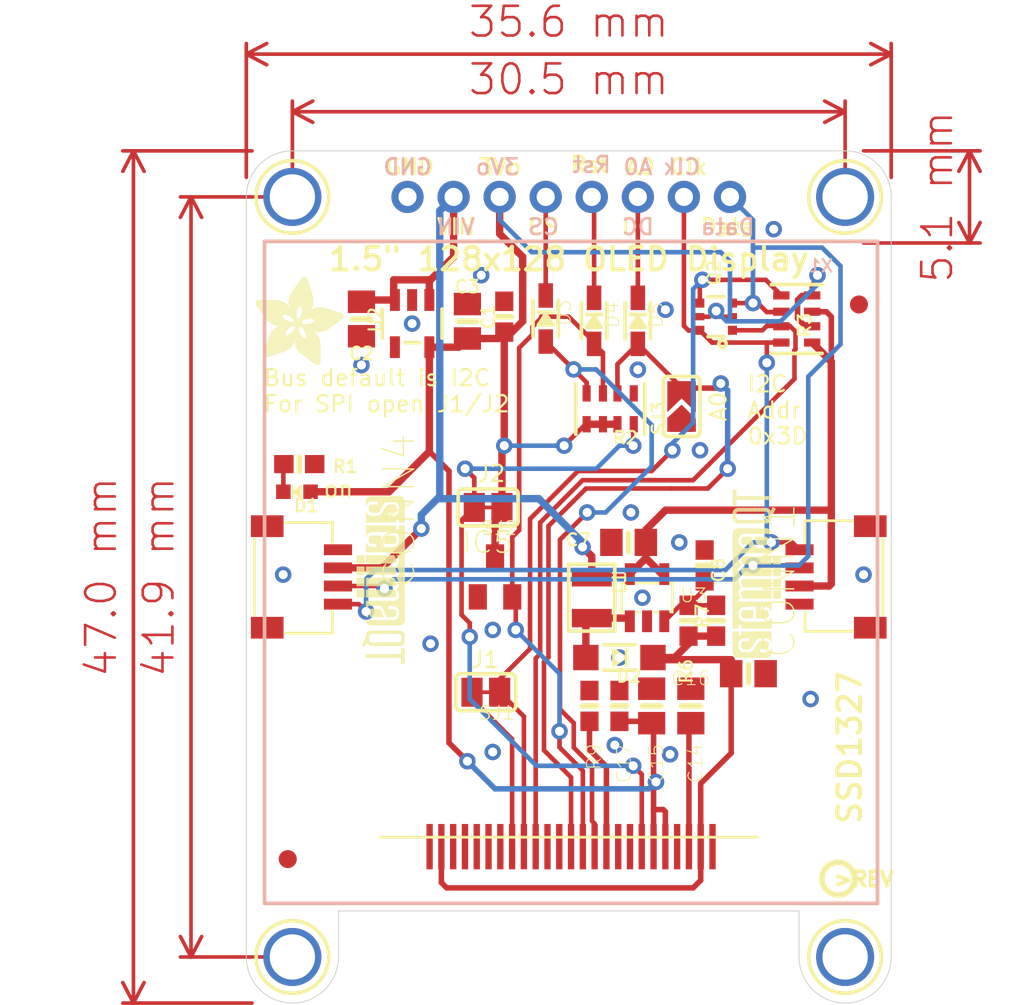
<source format=kicad_pcb>
(kicad_pcb (version 20211014) (generator pcbnew)
  (layers (0 "F.Cu" signal) (31 "B.Cu" signal) (34 "B.Paste" user) (35 "F.Paste" user) (36 "B.SilkS" user "B.Silkscreen") (37 "F.SilkS" user "F.Silkscreen") (38 "B.Mask" user) (39 "F.Mask" user) (44 "Edge.Cuts" user))
  (net 0 "")
  (net 1 "GND")
  (net 2 "SDA")
  (net 3 "SCL")
  (net 4 "3.3V")
  (net 5 "VCC")
  (net 6 "N$2")
  (net 7 "D0/SCLK/SCK_3.3V")
  (net 8 "D1/MOSI/SDA1_3.3V")
  (net 9 "N$9")
  (net 10 "CS_3.3V")
  (net 11 "RST_3.3V")
  (net 12 "DC/SA0_3.3V")
  (net 13 "CS_5.0V")
  (net 14 "RST_5.0V")
  (net 15 "DC/SA0_5.0V")
  (net 16 "N$10")
  (net 17 "N$15")
  (net 18 "N$17")
  (net 19 "12V")
  (net 20 "N$5")
  (net 21 "N$8")
  (footprint "boardEagle:0805-NO" (layer "F.Cu") (at 151.8031 103.0986 180)
    (fp_text reference "C7")
    (fp_text value "10uF")
  )
  (footprint "boardEagle:SOT23-5@1" (layer "F.Cu") (at 152.8191 106.1466)
    (fp_text reference "U3")
    (fp_text value "FAN5331SX")
  )
  (footprint "boardEagle:SOD-323" (layer "F.Cu") (at 149.8981 90.8812 -90)
    (fp_text reference "D4")
    (fp_text value "1N4148")
  )
  (footprint "boardEagle:ADAFRUIT_5MM" (layer "F.Cu") (at 131.2291 93.3196)
    (fp_text reference "U$8" hide)
    (fp_text value "" hide)
  )
  (footprint "boardEagle:0603-NO" (layer "F.Cu") (at 133.6421 98.7806)
    (fp_text reference "R1")
    (fp_text value "10K")
  )
  (footprint "boardEagle:RESPACK_4X0603" (layer "F.Cu") (at 150.7871 95.7326 180)
    (fp_text reference "R2")
    (fp_text value "10K")
  )
  (footprint "boardEagle:SOT23" (layer "F.Cu") (at 144.4371 105.0036)
    (fp_text reference "IC5")
    (fp_text value "APX803")
  )
  (footprint "boardEagle:PCBFEAT-REV-040" (layer "F.Cu") (at 163.3601 121.6406)
    (fp_text reference "U$25" hide)
    (fp_text value "" hide)
  )
  (footprint "boardEagle:1X08_ROUND_70" (layer "F.Cu") (at 148.5011 84.0486 180)
    (fp_text reference "JP2")
    (fp_text value "")
  )
  (footprint "boardEagle:SOD-123" (layer "F.Cu") (at 151.2951 109.4486 180)
    (fp_text reference "D2")
    (fp_text value "MBR120")
  )
  (footprint "boardEagle:0603-NO" (layer "F.Cu") (at 155.1051 107.4166 -90)
    (fp_text reference "R6")
    (fp_text value "100K")
  )
  (footprint "boardEagle:STEMMAQT" (layer "F.Cu") (at 160.1851 109.4486 90)
    (fp_text reference "U$20" hide)
    (fp_text value "" hide)
  )
  (footprint "boardEagle:SOLDERJUMPER_CLOSEDWIRE" (layer "F.Cu") (at 143.9291 111.3602 180)
    (fp_text reference "SJ1")
    (fp_text value "")
  )
  (footprint "boardEagle:SOT23-5" (layer "F.Cu") (at 139.8651 91.0336 180)
    (fp_text reference "U2")
    (fp_text value "AP2112K-3.3")
  )
  (footprint "boardEagle:MOUNTINGHOLE_2.5_PLATED" (layer "F.Cu") (at 163.7411 84.0486)
    (fp_text reference "U$17" hide)
    (fp_text value "MOUNTINGHOLE2.5" hide)
  )
  (footprint "boardEagle:0603-NO" (layer "F.Cu") (at 144.9451 90.6526 90)
    (fp_text reference "C1")
    (fp_text value "0.1uF")
  )
  (footprint "boardEagle:SOD-323" (layer "F.Cu") (at 147.2311 90.7542 -90)
    (fp_text reference "D3")
    (fp_text value "1N4148")
  )
  (footprint "boardEagle:JST_SH4" (layer "F.Cu") (at 163.7411 105.0036 90)
    (fp_text reference "CONN1")
    (fp_text value "STEMMA_I2C_QT" hide)
  )
  (footprint "boardEagle:0805-NO" (layer "F.Cu") (at 137.0711 90.7796 -90)
    (fp_text reference "C2")
    (fp_text value "10uF")
  )
  (footprint "boardEagle:FIDUCIAL_1MM" (layer "F.Cu") (at 133.0071 120.5611)
    (fp_text reference "FID3" hide)
    (fp_text value "FIDUCIAL_1MM" hide)
  )
  (footprint "boardEagle:0603-NO" (layer "F.Cu") (at 151.2951 112.1156 -90)
    (fp_text reference "C17")
    (fp_text value "1uF")
  )
  (footprint "boardEagle:MOUNTINGHOLE_2.5_PLATED" (layer "F.Cu") (at 163.7411 125.9586)
    (fp_text reference "U$21" hide)
    (fp_text value "MOUNTINGHOLE2.5" hide)
  )
  (footprint "boardEagle:SOLDERJUMPER_CLOSEDWIRE" (layer "F.Cu") (at 144.0561 101.171 180)
    (fp_text reference "SJ2")
    (fp_text value "")
  )
  (footprint "boardEagle:CHIPLED_0603_NOOUTLINE" (layer "F.Cu") (at 133.5151 100.3046 90)
    (fp_text reference "D1")
    (fp_text value "GREEN")
  )
  (footprint "boardEagle:0603-NO" (layer "F.Cu") (at 149.6441 112.1156 -90)
    (fp_text reference "R9")
    (fp_text value "390K")
  )
  (footprint "boardEagle:RESPACK_4X0603" (layer "F.Cu") (at 161.0741 90.7796 90)
    (fp_text reference "R3")
    (fp_text value "10K")
  )
  (footprint "boardEagle:0805-NO" (layer "F.Cu") (at 142.9131 90.9066 90)
    (fp_text reference "C3")
    (fp_text value "10uF")
  )
  (footprint "boardEagle:INDUCTOR_1007" (layer "F.Cu") (at 149.7711 106.1466 -90)
    (fp_text reference "L1")
    (fp_text value "10uH")
  )
  (footprint "boardEagle:0805-NO" (layer "F.Cu") (at 155.2321 112.1156 -90)
    (fp_text reference "C14")
    (fp_text value "10uF")
  )
  (footprint "boardEagle:0805-NO" (layer "F.Cu") (at 153.0731 112.1156 -90)
    (fp_text reference "C15")
    (fp_text value "10uF")
  )
  (footprint "boardEagle:JST_SH4" (layer "F.Cu") (at 133.2611 105.0036 -90)
    (fp_text reference "CONN4")
    (fp_text value "STEMMA_I2C_QT" hide)
  )
  (footprint "boardEagle:STEMMAQT" (layer "F.Cu") (at 136.8171 100.5586 -90)
    (fp_text reference "U$31" hide)
    (fp_text value "" hide)
  )
  (footprint "boardEagle:FIDUCIAL_1MM" (layer "F.Cu") (at 164.5031 89.9795)
    (fp_text reference "FID4" hide)
    (fp_text value "FIDUCIAL_1MM" hide)
  )
  (footprint "boardEagle:0603-NO" (layer "F.Cu") (at 156.6291 107.4166 90)
    (fp_text reference "C8")
    (fp_text value "0.1uF")
  )
  (footprint "boardEagle:MOUNTINGHOLE_2.5_PLATED" (layer "F.Cu") (at 133.2611 125.9586)
    (fp_text reference "U$19" hide)
    (fp_text value "MOUNTINGHOLE2.5" hide)
  )
  (footprint "boardEagle:0603-NO" (layer "F.Cu") (at 155.9941 104.3686 -90)
    (fp_text reference "R7")
    (fp_text value "10K")
  )
  (footprint "boardEagle:SOLDERJUMPER_ARROW_NOPASTE" (layer "F.Cu") (at 154.7241 95.6056 90)
    (fp_text reference "SJ3")
    (fp_text value "")
  )
  (footprint "boardEagle:SOT363" (layer "F.Cu") (at 156.6291 90.6526 90)
    (fp_text reference "Q2")
    (fp_text value "BSS138")
  )
  (footprint "boardEagle:MOUNTINGHOLE_2.5_PLATED" (layer "F.Cu") (at 133.2611 84.0486)
    (fp_text reference "U$1" hide)
    (fp_text value "MOUNTINGHOLE2.5" hide)
  )
  (footprint "boardEagle:0805-NO" (layer "F.Cu") (at 158.4071 110.3376 180)
    (fp_text reference "C16")
    (fp_text value "10uF")
  )
  (footprint "boardEagle:SOD-323" (layer "F.Cu") (at 152.3111 90.8812 -90)
    (fp_text reference "D5")
    (fp_text value "1N4148")
  )
  (footprint "boardEagle:OLED_1.5IN_128X128MONO" (layer "B.Cu") (at 148.6281 104.7496 180)
    (fp_text reference "X1")
    (fp_text value "OLED_1.5_128X128_MONO")
  )
  (gr_line (start 138.0871 119.3546) (end 158.9151 119.3546) (layer "F.SilkS") (width 0.1524))
  (gr_line (start 130.7211 84.0486) (end 130.7211 125.9586) (layer "Edge.Cuts") (width 0.05))
  (gr_arc (start 163.7411 81.5086) (mid 165.537151 82.252549) (end 166.2811 84.0486) (layer "Edge.Cuts") (width 0.05))
  (gr_line (start 135.8011 123.4186) (end 161.2011 123.4186) (layer "Edge.Cuts") (width 0.05))
  (gr_arc (start 133.2611 128.4986) (mid 131.465049 127.754651) (end 130.7211 125.9586) (layer "Edge.Cuts") (width 0.05))
  (gr_line (start 163.7411 81.5086) (end 133.2611 81.5086) (layer "Edge.Cuts") (width 0.05))
  (gr_line (start 161.2011 123.4186) (end 161.2011 125.9586) (layer "Edge.Cuts") (width 0.05))
  (gr_arc (start 130.7211 84.0486) (mid 131.465049 82.252549) (end 133.2611 81.5086) (layer "Edge.Cuts") (width 0.05))
  (gr_arc (start 163.7411 128.4986) (mid 161.945049 127.754651) (end 161.2011 125.9586) (layer "Edge.Cuts") (width 0.05))
  (gr_line (start 135.8011 125.9586) (end 135.8011 123.4186) (layer "Edge.Cuts") (width 0.05))
  (gr_line (start 166.2811 125.9586) (end 166.2811 84.0486) (layer "Edge.Cuts") (width 0.05))
  (gr_arc (start 166.2811 125.9586) (mid 165.537151 127.754651) (end 163.7411 128.4986) (layer "Edge.Cuts") (width 0.05))
  (gr_arc (start 135.8011 125.9586) (mid 135.057151 127.754651) (end 133.2611 128.4986) (layer "Edge.Cuts") (width 0.05))
  (gr_text "DC" (at 152.3111 85.6996) (layer "B.SilkS") (effects (font (size 0.87376 0.87376) (thickness 0.14224)) (justify mirror)))
  (gr_text "GND" (at 139.6111 82.3976) (layer "B.SilkS") (effects (font (size 0.87376 0.87376) (thickness 0.14224)) (justify mirror)))
  (gr_text "Clk" (at 154.7241 82.3976) (layer "B.SilkS") (effects (font (size 0.87376 0.87376) (thickness 0.14224)) (justify mirror)))
  (gr_text "VIN" (at 142.2781 85.6996) (layer "B.SilkS") (effects (font (size 0.87376 0.87376) (thickness 0.14224)) (justify mirror)))
  (gr_text "A0" (at 152.3111 82.3976) (layer "B.SilkS") (effects (font (size 0.87376 0.87376) (thickness 0.14224)) (justify mirror)))
  (gr_text "Data" (at 157.2641 85.6996) (layer "B.SilkS") (effects (font (size 0.87376 0.87376) (thickness 0.14224)) (justify mirror)))
  (gr_text "Rst" (at 149.7711 82.2706) (layer "B.SilkS") (effects (font (size 0.87376 0.87376) (thickness 0.14224)) (justify mirror)))
  (gr_text "3Vo" (at 144.5641 82.3976) (layer "B.SilkS") (effects (font (size 0.87376 0.87376) (thickness 0.14224)) (justify mirror)))
  (gr_text "CS" (at 147.1041 85.6996) (layer "B.SilkS") (effects (font (size 0.87376 0.87376) (thickness 0.14224)) (justify mirror)))
  (gr_text "3Vo" (at 144.6911 82.3976) (layer "F.SilkS") (effects (font (size 0.87376 0.87376) (thickness 0.14224))))
  (gr_text "Bus default is I2C\nFor SPI open J1/J2" (at 131.6101 95.9866) (layer "F.SilkS") (effects (font (size 0.89408 0.89408) (thickness 0.12192)) (justify left bottom)))
  (gr_text "A0" (at 152.4381 82.3976) (layer "F.SilkS") (effects (font (size 0.87376 0.87376) (thickness 0.14224))))
  (gr_text "on" (at 134.9121 100.6856) (layer "F.SilkS") (effects (font (size 0.89408 0.89408) (thickness 0.12192)) (justify left bottom)))
  (gr_text "GND" (at 139.7381 82.3976) (layer "F.SilkS") (effects (font (size 0.87376 0.87376) (thickness 0.14224))))
  (gr_text "VIN" (at 142.2781 85.6996) (layer "F.SilkS") (effects (font (size 0.87376 0.87376) (thickness 0.14224))))
  (gr_text "I2C\nAddr\n0x3D" (at 158.2801 97.7646) (layer "F.SilkS") (effects (font (size 0.89408 0.89408) (thickness 0.12192)) (justify left bottom)))
  (gr_text "J1" (at 143.0401 110.0836) (layer "F.SilkS") (effects (font (size 0.89408 0.89408) (thickness 0.12192)) (justify left bottom)))
  (gr_text "Clk" (at 155.1051 82.3976) (layer "F.SilkS") (effects (font (size 0.87376 0.87376) (thickness 0.14224))))
  (gr_text "1.5\" 128x128 OLED Display" (at 148.5011 87.4776) (layer "F.SilkS") (effects (font (size 1.25222 1.25222) (thickness 0.22098))))
  (gr_text "J2" (at 145.0721 98.7806) (layer "F.SilkS") (effects (font (size 0.89408 0.89408) (thickness 0.12192)) (justify right top)))
  (gr_text "CS" (at 147.1041 85.6996) (layer "F.SilkS") (effects (font (size 0.87376 0.87376) (thickness 0.14224))))
  (gr_text "DC" (at 152.3111 85.6996) (layer "F.SilkS") (effects (font (size 0.87376 0.87376) (thickness 0.14224))))
  (gr_text "Rst" (at 149.6441 82.2706) (layer "F.SilkS") (effects (font (size 0.87376 0.87376) (thickness 0.14224))))
  (gr_text "Data" (at 157.2641 85.6996) (layer "F.SilkS") (effects (font (size 0.87376 0.87376) (thickness 0.14224))))
  (gr_text "SSD1327" (at 163.9951 114.4016 90) (layer "F.SilkS") (effects (font (size 1.25222 1.25222) (thickness 0.22098))))
  (gr_text "A0" (at 157.2641 96.4946 90) (layer "F.SilkS") (effects (font (size 0.89408 0.89408) (thickness 0.12192)) (justify left bottom)))
  (dimension (type aligned) (layer "F.Cu") (pts (xy 133.2611 84.0486) (xy 133.2611 125.9586)) (height 5.588) (gr_text "41.9 mm" (at 125.8951 105.0036 90) (layer "F.Cu") (effects (font (size 1.63576 1.63576) (thickness 0.14224)))) (format (units 2) (units_format 1) (precision 1)) (style (thickness 0.2) (arrow_length 1.27) (text_position_mode 0) (extension_height 0.58642) (extension_offset 0) keep_text_aligned))
  (dimension (type aligned) (layer "F.Cu") (pts (xy 131.0386 128.4986) (xy 131.0386 81.5086)) (height -6.5405) (gr_text "47.0 mm" (at 122.7201 105.0036 90) (layer "F.Cu") (effects (font (size 1.63576 1.63576) (thickness 0.14224)))) (format (units 2) (units_format 1) (precision 1)) (style (thickness 0.2) (arrow_length 1.27) (text_position_mode 0) (extension_height 0.58642) (extension_offset 0) keep_text_aligned))
  (dimension (type aligned) (layer "F.Cu") (pts (xy 130.7211 82.9691) (xy 166.2811 82.9691)) (height -6.7945) (gr_text "35.6 mm" (at 148.5011 74.3966) (layer "F.Cu") (effects (font (size 1.63576 1.63576) (thickness 0.14224)))) (format (units 2) (units_format 1) (precision 1)) (style (thickness 0.2) (arrow_length 1.27) (text_position_mode 0) (extension_height 0.58642) (extension_offset 0) keep_text_aligned))
  (dimension (type aligned) (layer "F.Cu") (pts (xy 164.7571 86.5886) (xy 164.7571 81.5086)) (height 5.842) (gr_text "5.1 mm" (at 168.8211 84.0486 90) (layer "F.Cu") (effects (font (size 1.63576 1.63576) (thickness 0.14224)))) (format (units 2) (units_format 1) (precision 1)) (style (thickness 0.2) (arrow_length 1.27) (text_position_mode 0) (extension_height 0.58642) (extension_offset 0) keep_text_aligned))
  (dimension (type aligned) (layer "F.Cu") (pts (xy 133.2611 84.0486) (xy 163.7411 84.0486)) (height -4.699) (gr_text "30.5 mm" (at 148.5011 77.5716) (layer "F.Cu") (effects (font (size 1.63576 1.63576) (thickness 0.14224)))) (format (units 2) (units_format 1) (precision 1)) (style (thickness 0.2) (arrow_length 1.27) (text_position_mode 0) (extension_height 0.58642) (extension_offset 0) keep_text_aligned))
  (via (at 140.8811 108.6866) (size 0.9064) (drill 0.5) (layers "F.Cu" "B.Cu") (net 1))
  (via (at 152.5651 106.1466) (size 0.9064) (drill 0.5) (layers "F.Cu" "B.Cu") (net 1))
  (via (at 143.6751 88.3666) (size 0.9064) (drill 0.5) (layers "F.Cu" "B.Cu") (net 1))
  (via (at 151.0411 114.2746) (size 0.9064) (drill 0.5) (layers "F.Cu" "B.Cu") (net 1))
  (via (at 144.3101 114.6556) (size 0.9064) (drill 0.5) (layers "F.Cu" "B.Cu") (net 1))
  (via (at 164.7571 104.8766) (size 0.9064) (drill 0.5) (layers "F.Cu" "B.Cu") (net 1))
  (via (at 154.5971 103.0986) (size 0.9064) (drill 0.5) (layers "F.Cu" "B.Cu") (net 1))
  (via (at 151.9301 101.4476) (size 0.9064) (drill 0.5) (layers "F.Cu" "B.Cu") (net 1))
  (via (at 154.0891 114.7826) (size 0.9064) (drill 0.5) (layers "F.Cu" "B.Cu") (net 1))
  (via (at 132.7531 104.8766) (size 0.9064) (drill 0.5) (layers "F.Cu" "B.Cu") (net 1))
  (via (at 151.2951 109.4486) (size 0.9064) (drill 0.5) (layers "F.Cu" "B.Cu") (net 1))
  (via (at 152.3111 93.5736) (size 0.9064) (drill 0.5) (layers "F.Cu" "B.Cu") (net 1))
  (via (at 155.7401 98.0186) (size 0.9064) (drill 0.5) (layers "F.Cu" "B.Cu") (net 1))
  (via (at 161.8361 111.7346) (size 0.9064) (drill 0.5) (layers "F.Cu" "B.Cu") (net 1))
  (via (at 137.0711 93.3196) (size 0.9064) (drill 0.5) (layers "F.Cu" "B.Cu") (net 1))
  (via (at 159.8041 85.8266) (size 0.9064) (drill 0.5) (layers "F.Cu" "B.Cu") (net 1))
  (via (at 139.8651 91.0336) (size 0.9064) (drill 0.5) (layers "F.Cu" "B.Cu") (net 1))
  (via (at 144.3101 107.9246) (size 0.9064) (drill 0.5) (layers "F.Cu" "B.Cu") (net 1))
  (via (at 153.8351 90.2716) (size 0.9064) (drill 0.5) (layers "F.Cu" "B.Cu") (net 1))
  (segment (start 157.5291 89.9026) (end 158.6611 89.9026) (width 0.254) (layer "F.Cu") (net 2))
  (segment (start 160.2051 90.3986) (end 160.2241 90.3796) (width 0.254) (layer "F.Cu") (net 2))
  (segment (start 158.9271 89.9026) (end 159.4231 90.3986) (width 0.254) (layer "F.Cu") (net 2))
  (segment (start 135.7751 105.5036) (end 138.2061 105.5036) (width 0.254) (layer "F.Cu") (net 2))
  (segment (start 158.6611 89.9026) (end 158.9271 89.9026) (width 0.254) (layer "F.Cu") (net 2))
  (segment (start 161.0921 104.3686) (end 161.2271 104.5036) (width 0.254) (layer "F.Cu") (net 2))
  (segment (start 138.2061 105.5036) (end 138.3411 105.6386) (width 0.254) (layer "F.Cu") (net 2))
  (segment (start 158.6611 104.3686) (end 161.0921 104.3686) (width 0.254) (layer "F.Cu") (net 2))
  (segment (start 159.4231 90.3986) (end 160.2051 90.3986) (width 0.254) (layer "F.Cu") (net 2))
  (via (at 138.3411 105.6386) (size 0.9064) (drill 0.5) (layers "F.Cu" "B.Cu") (net 2))
  (via (at 158.6611 89.9026) (size 0.9064) (drill 0.5) (layers "F.Cu" "B.Cu") (net 2))
  (via (at 158.6611 104.3686) (size 0.9064) (drill 0.5) (layers "F.Cu" "B.Cu") (net 2))
  (segment (start 161.7091 103.8606) (end 161.2011 104.3686) (width 0.254) (layer "B.Cu") (net 2))
  (segment (start 158.6611 86.8426) (end 158.6611 85.3186) (width 0.254) (layer "B.Cu") (net 2))
  (segment (start 161.7091 93.9546) (end 161.7091 103.8606) (width 0.254) (layer "B.Cu") (net 2))
  (segment (start 158.4071 104.3686) (end 158.6611 104.3686) (width 0.254) (layer "B.Cu") (net 2))
  (segment (start 158.6611 85.3186) (end 157.3911 84.0486) (width 0.254) (layer "B.Cu") (net 2))
  (segment (start 162.4711 86.8426) (end 163.4871 87.8586) (width 0.254) (layer "B.Cu") (net 2))
  (segment (start 163.4871 92.1766) (end 161.7091 93.9546) (width 0.254) (layer "B.Cu") (net 2))
  (segment (start 161.2011 104.3686) (end 158.6611 104.3686) (width 0.254) (layer "B.Cu") (net 2))
  (segment (start 157.6451 105.1306) (end 138.8491 105.1306) (width 0.254) (layer "B.Cu") (net 2))
  (segment (start 157.6451 105.1306) (end 158.4071 104.3686) (width 0.254) (layer "B.Cu") (net 2))
  (segment (start 158.6611 89.9026) (end 158.6611 86.8426) (width 0.254) (layer "B.Cu") (net 2))
  (segment (start 138.3411 105.6386) (end 138.8491 105.1306) (width 0.254) (layer "B.Cu") (net 2))
  (segment (start 163.4871 87.8586) (end 163.4871 92.1766) (width 0.254) (layer "B.Cu") (net 2))
  (segment (start 158.6611 86.8426) (end 162.4711 86.8426) (width 0.254) (layer "B.Cu") (net 2))
  (segment (start 159.4231 92.0796) (end 156.4061 92.0796) (width 0.254) (layer "F.Cu") (net 3))
  (segment (start 154.8511 91.1606) (end 155.1051 91.4146) (width 0.254) (layer "F.Cu") (net 3))
  (segment (start 137.3251 106.9086) (end 136.9201 106.5036) (width 0.254) (layer "F.Cu") (net 3))
  (segment (start 159.4231 93.1926) (end 159.4231 92.0796) (width 0.254) (layer "F.Cu") (net 3))
  (segment (start 156.4061 92.0796) (end 155.7291 91.4026) (width 0.254) (layer "F.Cu") (net 3))
  (segment (start 160.2241 92.0796) (end 159.4231 92.0796) (width 0.254) (layer "F.Cu") (net 3))
  (segment (start 136.9201 106.5036) (end 135.7751 106.5036) (width 0.254) (layer "F.Cu") (net 3))
  (segment (start 161.2271 103.5036) (end 160.8221 103.0986) (width 0.254) (layer "F.Cu") (net 3))
  (segment (start 160.8221 103.0986) (end 159.6771 103.0986) (width 0.254) (layer "F.Cu") (net 3))
  (segment (start 154.8511 84.0486) (end 154.8511 91.1606) (width 0.254) (layer "F.Cu") (net 3))
  (segment (start 155.1051 91.4146) (end 155.7171 91.4146) (width 0.254) (layer "F.Cu") (net 3))
  (segment (start 155.7171 91.4146) (end 155.7291 91.4026) (width 0.254) (layer "F.Cu") (net 3))
  (via (at 137.3251 106.9086) (size 0.9064) (drill 0.5) (layers "F.Cu" "B.Cu") (net 3))
  (via (at 159.6771 103.0986) (size 0.9064) (drill 0.5) (layers "F.Cu" "B.Cu") (net 3))
  (via (at 159.4231 93.1926) (size 0.9064) (drill 0.5) (layers "F.Cu" "B.Cu") (net 3))
  (segment (start 159.4231 102.8446) (end 159.4231 93.1926) (width 0.254) (layer "B.Cu") (net 3))
  (segment (start 137.8331 104.6226) (end 137.3251 105.1306) (width 0.254) (layer "B.Cu") (net 3))
  (segment (start 159.6771 103.0986) (end 158.6611 103.0986) (width 0.254) (layer "B.Cu") (net 3))
  (segment (start 137.3251 105.1306) (end 137.3251 106.9086) (width 0.254) (layer "B.Cu") (net 3))
  (segment (start 158.6611 103.0986) (end 157.1371 104.6226) (width 0.254) (layer "B.Cu") (net 3))
  (segment (start 159.6771 103.0986) (end 159.4231 102.8446) (width 0.254) (layer "B.Cu") (net 3))
  (segment (start 157.1371 104.6226) (end 137.8331 104.6226) (width 0.254) (layer "B.Cu") (net 3))
  (segment (start 162.3251 88.5126) (end 162.2171 88.4046) (width 0.254) (layer "F.Cu") (net 4))
  (segment (start 153.3115 116.3066) (end 153.3051 116.3066) (width 0.3048) (layer "F.Cu") (net 4))
  (segment (start 156.7671 90.6526) (end 156.6291 90.5146) (width 0.254) (layer "F.Cu") (net 4))
  (segment (start 153.8281 117.9506) (end 153.7081 117.8306) (width 0.3048) (layer "F.Cu") (net 4))
  (segment (start 156.6291 90.3351) (end 156.5546 90.3351) (width 0.254) (layer "F.Cu") (net 4))
  (segment (start 156.2371 90.6526) (end 155.7291 90.6526) (width 0.254) (layer "F.Cu") (net 4))
  (segment (start 157.5291 90.6526) (end 156.7671 90.6526) (width 0.254) (layer "F.Cu") (net 4))
  (segment (start 144.9451 91.5026) (end 145.0281 91.5856) (width 0.4064) (layer "F.Cu") (net 4))
  (segment (start 161.9241 91.1796) (end 161.546206 91.1796) (width 0.3048) (layer "F.Cu") (net 4))
  (segment (start 144.6911 84.0486) (end 144.6911 86.0806) (width 0.4064) (layer "F.Cu") (net 4))
  (segment (start 142.436 92.3337) (end 142.9131 91.8566) (width 0.4064) (layer "F.Cu") (net 4))
  (segment (start 144.9451 91.5026) (end 144.9451 97.7646) (width 0.4064) (layer "F.Cu") (net 4))
  (segment (start 161.1185 90.751894) (end 161.1185 89.7192) (width 0.3048) (layer "F.Cu") (net 4))
  (segment (start 150.3871 96.5826) (end 149.4871 96.5826) (width 0.4064) (layer "F.Cu") (net 4))
  (segment (start 149.4871 96.5826) (end 149.4291 96.5826) (width 0.254) (layer "F.Cu") (net 4))
  (segment (start 153.7081 117.8306) (end 153.1781 117.8306) (width 0.3048) (layer "F.Cu") (net 4))
  (segment (start 156.6291 90.3351) (end 156.6291 90.5146) (width 0.254) (layer "F.Cu") (net 4))
  (segment (start 151.2951 112.9656) (end 152.9731 112.9656) (width 0.3048) (layer "F.Cu") (net 4))
  (segment (start 152.9731 112.9656) (end 153.0731 113.0656) (width 0.3048) (layer "F.Cu") (net 4))
  (segment (start 134.2651 100.3046) (end 138.5951 100.3046) (width 0.4064) (layer "F.Cu") (net 4))
  (segment (start 145.9611 90.9066) (end 145.2821 91.5856) (width 0.4064) (layer "F.Cu") (net 4))
  (segment (start 140.8151 98.0846) (end 141.8971 99.1666) (width 0.3048) (layer "F.Cu") (net 4))
  (segment (start 144.78 101.440938) (end 144.78 101.2091) (width 0.4064) (layer "F.Cu") (net 4))
  (segment (start 153.1781 119.8746) (end 153.1781 117.8306) (width 0.3048) (layer "F.Cu") (net 4))
  (segment (start 161.3581 89.4796) (end 161.9241 89.4796) (width 0.3048) (layer "F.Cu") (net 4))
  (segment (start 156.5546 90.3351) (end 156.2371 90.6526) (width 0.254) (layer "F.Cu") (net 4))
  (segment (start 153.3051 116.3066) (end 153.1781 116.1796) (width 0.3048) (layer "F.Cu") (net 4))
  (segment (start 162.2171 88.3666) (end 162.2171 88.4046) (width 0.254) (layer "F.Cu") (net 4))
  (segment (start 140.8151 92.3337) (end 142.436 92.3337) (width 0.4064) (layer "F.Cu") (net 4))
  (segment (start 153.1781 117.8306) (end 153.1781 116.1796) (width 0.3048) (layer "F.Cu") (net 4))
  (segment (start 162.3251 88.5126) (end 161.9241 88.9136) (width 0.3048) (layer "F.Cu") (net 4))
  (segment (start 145.2821 91.5856) (end 145.0281 91.5856) (width 0.4064) (layer "F.Cu") (net 4))
  (segment (start 144.6911 86.0806) (end 145.9611 87.3506) (width 0.4064) (layer "F.Cu") (net 4))
  (segment (start 161.9241 89.4796) (end 161.9241 88.9136) (width 0.3048) (layer "F.Cu") (net 4))
  (segment (start 144.78 101.2091) (end 144.8181 101.171) (width 0.4064) (layer "F.Cu") (net 4))
  (segment (start 141.8971 114.1476) (end 142.9131 115.1636) (width 0.3048) (layer "F.Cu") (net 4))
  (segment (start 150.3871 96.5826) (end 151.1871 96.5826) (width 0.4064) (layer "F.Cu") (net 4))
  (segment (start 144.4371 103.9036) (end 144.4371 101.783838) (width 0.4064) (layer "F.Cu") (net 4))
  (segment (start 140.8151 98.0846) (end 140.8151 92.3337) (width 0.4064) (layer "F.Cu") (net 4))
  (segment (start 144.5911 91.8566) (end 144.9451 91.5026) (width 0.4064) (layer "F.Cu") (net 4))
  (segment (start 145.9611 87.3506) (end 145.9611 90.9066) (width 0.4064) (layer "F.Cu") (net 4))
  (segment (start 149.4291 96.5826) (end 148.2471 97.7646) (width 0.254) (layer "F.Cu") (net 4))
  (segment (start 153.1781 113.1706) (end 153.0731 113.0656) (width 0.3048) (layer "F.Cu") (net 4))
  (segment (start 144.8181 101.171) (end 144.8181 97.8916) (width 0.4064) (layer "F.Cu") (net 4))
  (segment (start 161.1185 89.7192) (end 161.3581 89.4796) (width 0.3048) (layer "F.Cu") (net 4))
  (segment (start 153.1781 116.1796) (end 153.1781 113.1706) (width 0.3048) (layer "F.Cu") (net 4))
  (segment (start 138.5951 100.3046) (end 140.8151 98.0846) (width 0.4064) (layer "F.Cu") (net 4))
  (segment (start 161.546206 91.1796) (end 161.1185 90.751894) (width 0.3048) (layer "F.Cu") (net 4))
  (segment (start 144.4371 101.783838) (end 144.78 101.440938) (width 0.4064) (layer "F.Cu") (net 4))
  (segment (start 153.8281 119.8746) (end 153.8281 117.9506) (width 0.3048) (layer "F.Cu") (net 4))
  (segment (start 144.8181 97.8916) (end 144.9451 97.7646) (width 0.4064) (layer "F.Cu") (net 4))
  (segment (start 142.9131 91.8566) (end 144.5911 91.8566) (width 0.4064) (layer "F.Cu") (net 4))
  (segment (start 141.8971 99.1666) (end 141.8971 114.1476) (width 0.3048) (layer "F.Cu") (net 4))
  (via (at 153.3115 116.3066) (size 0.9064) (drill 0.5) (layers "F.Cu" "B.Cu") (net 4))
  (via (at 144.9451 97.7646) (size 0.9064) (drill 0.5) (layers "F.Cu" "B.Cu") (net 4))
  (via (at 162.2171 88.3666) (size 0.9064) (drill 0.5) (layers "F.Cu" "B.Cu") (net 4))
  (via (at 156.6291 90.3351) (size 0.9064) (drill 0.5) (layers "F.Cu" "B.Cu") (net 4))
  (via (at 142.9131 115.1636) (size 0.9064) (drill 0.5) (layers "F.Cu" "B.Cu") (net 4))
  (via (at 148.2471 97.7646) (size 0.9064) (drill 0.5) (layers "F.Cu" "B.Cu") (net 4))
  (segment (start 144.4371 116.6876) (end 152.9305 116.6876) (width 0.3048) (layer "B.Cu") (net 4))
  (segment (start 160.1851 90.9066) (end 157.3911 90.9066) (width 0.254) (layer "B.Cu") (net 4))
  (segment (start 144.6911 85.3186) (end 144.6911 84.0486) (width 0.254) (layer "B.Cu") (net 4))
  (segment (start 157.3911 90.9066) (end 157.3911 87.6046) (width 0.254) (layer "B.Cu") (net 4))
  (segment (start 162.2171 88.3666) (end 162.2171 88.8746) (width 0.254) (layer "B.Cu") (net 4))
  (segment (start 162.2171 88.8746) (end 160.1851 90.9066) (width 0.254) (layer "B.Cu") (net 4))
  (segment (start 142.9131 115.1636) (end 144.4371 116.6876) (width 0.3048) (layer "B.Cu") (net 4))
  (segment (start 157.3911 90.9066) (end 157.2006 90.9066) (width 0.254) (layer "B.Cu") (net 4))
  (segment (start 152.9305 116.6876) (end 153.3115 116.3066) (width 0.3048) (layer "B.Cu") (net 4))
  (segment (start 146.4691 87.0966) (end 144.6911 85.3186) (width 0.254) (layer "B.Cu") (net 4))
  (segment (start 156.8831 87.0966) (end 146.4691 87.0966) (width 0.254) (layer "B.Cu") (net 4))
  (segment (start 157.3911 87.6046) (end 156.8831 87.0966) (width 0.254) (layer "B.Cu") (net 4))
  (segment (start 148.2471 97.7646) (end 144.9451 97.7646) (width 0.254) (layer "B.Cu") (net 4))
  (segment (start 156.6291 90.3351) (end 157.2006 90.9066) (width 0.254) (layer "B.Cu") (net 4))
  (segment (start 153.8351 101.3206) (end 162.9791 101.3206) (width 0.4064) (layer "F.Cu") (net 5))
  (segment (start 151.696 105.0196) (end 151.8691 104.8465) (width 0.4064) (layer "F.Cu") (net 5))
  (segment (start 138.8491 88.6206) (end 138.8491 89.6675) (width 0.4064) (layer "F.Cu") (net 5))
  (segment (start 152.7531 103.0986) (end 152.7531 102.4026) (width 0.4064) (layer "F.Cu") (net 5))
  (segment (start 162.9791 92.9386) (end 162.8811 93.0366) (width 0.3048) (layer "F.Cu") (net 5))
  (segment (start 153.6371 104.8465) (end 152.7531 103.9625) (width 0.4064) (layer "F.Cu") (net 5))
  (segment (start 161.9241 90.3796) (end 162.7061 90.3796) (width 0.3048) (layer "F.Cu") (net 5))
  (segment (start 138.2061 104.5036) (end 140.3731 102.3366) (width 0.4064) (layer "F.Cu") (net 5))
  (segment (start 152.7531 103.9625) (end 152.7531 103.0986) (width 0.4064) (layer "F.Cu") (net 5))
  (segment (start 162.9791 105.3846) (end 162.9791 101.3206) (width 0.4064) (layer "F.Cu") (net 5))
  (segment (start 153.7691 104.8465) (end 153.6371 104.8465) (width 0.4064) (layer "F.Cu") (net 5))
  (segment (start 162.8601 105.5036) (end 162.9791 105.3846) (width 0.4064) (layer "F.Cu") (net 5))
  (segment (start 162.8811 93.0366) (end 161.9241 92.0796) (width 0.4064) (layer "F.Cu") (net 5))
  (segment (start 149.7711 103.8606) (end 149.7711 105.0196) (width 0.4064) (layer "F.Cu") (net 5))
  (segment (start 142.1511 87.3506) (end 140.8151 88.6866) (width 0.4064) (layer "F.Cu") (net 5))
  (segment (start 149.2631 103.3526) (end 149.7711 103.8606) (width 0.4064) (layer "F.Cu") (net 5))
  (segment (start 138.8491 89.6675) (end 138.9151 89.7335) (width 0.4064) (layer "F.Cu") (net 5))
  (segment (start 140.8151 88.6866) (end 140.7491 88.6206) (width 0.4064) (layer "F.Cu") (net 5))
  (segment (start 149.7711 105.0196) (end 151.696 105.0196) (width 0.4064) (layer "F.Cu") (net 5))
  (segment (start 135.7751 104.5036) (end 138.2061 104.5036) (width 0.4064) (layer "F.Cu") (net 5))
  (segment (start 162.9791 90.6526) (end 162.9791 92.9386) (width 0.3048) (layer "F.Cu") (net 5))
  (segment (start 162.9791 93.1346) (end 162.8811 93.0366) (width 0.4064) (layer "F.Cu") (net 5))
  (segment (start 162.7061 90.3796) (end 162.9791 90.6526) (width 0.3048) (layer "F.Cu") (net 5))
  (segment (start 137.1672 89.7335) (end 137.0711 89.8296) (width 0.4064) (layer "F.Cu") (net 5))
  (segment (start 140.8151 89.7335) (end 140.8151 88.6866) (width 0.4064) (layer "F.Cu") (net 5))
  (segment (start 140.7491 88.6206) (end 138.8491 88.6206) (width 0.4064) (layer "F.Cu") (net 5))
  (segment (start 152.7531 102.4026) (end 153.8351 101.3206) (width 0.4064) (layer "F.Cu") (net 5))
  (segment (start 138.9151 89.7335) (end 137.1672 89.7335) (width 0.4064) (layer "F.Cu") (net 5))
  (segment (start 162.9791 101.3206) (end 162.9791 93.1346) (width 0.4064) (layer "F.Cu") (net 5))
  (segment (start 161.2271 105.5036) (end 162.8601 105.5036) (width 0.4064) (layer "F.Cu") (net 5))
  (segment (start 142.1511 84.0486) (end 142.1511 87.3506) (width 0.4064) (layer "F.Cu") (net 5))
  (segment (start 151.8691 104.8465) (end 152.7531 103.9625) (width 0.4064) (layer "F.Cu") (net 5))
  (via (at 140.3731 102.3366) (size 0.9064) (drill 0.5) (layers "F.Cu" "B.Cu") (net 5))
  (via (at 149.2631 103.3526) (size 0.9064) (drill 0.5) (layers "F.Cu" "B.Cu") (net 5))
  (segment (start 141.3891 100.5586) (end 141.3891 100.0506) (width 0.4064) (layer "B.Cu") (net 5))
  (segment (start 149.2631 103.0986) (end 149.2631 103.3526) (width 0.4064) (layer "B.Cu") (net 5))
  (segment (start 141.3891 100.5586) (end 141.3891 100.6856) (width 0.4064) (layer "B.Cu") (net 5))
  (segment (start 149.2631 103.0986) (end 146.8501 100.6856) (width 0.4064) (layer "B.Cu") (net 5))
  (segment (start 141.3891 100.5586) (end 140.3731 101.5746) (width 0.4064) (layer "B.Cu") (net 5))
  (segment (start 141.3891 100.6856) (end 146.8501 100.6856) (width 0.4064) (layer "B.Cu") (net 5))
  (segment (start 141.3891 84.8106) (end 141.3891 100.0506) (width 0.4064) (layer "B.Cu") (net 5))
  (segment (start 140.3731 102.3366) (end 140.3731 101.5746) (width 0.4064) (layer "B.Cu") (net 5))
  (segment (start 141.3891 84.8106) (end 142.1511 84.0486) (width 0.4064) (layer "B.Cu") (net 5))
  (segment (start 132.7921 98.7806) (end 132.7651 99.1346) (width 0.254) (layer "F.Cu") (net 6))
  (segment (start 132.7651 99.1346) (end 132.7651 100.3046) (width 0.254) (layer "F.Cu") (net 6))
  (segment (start 161.0043 91.4718) (end 160.6931 91.1606) (width 0.254) (layer "F.Cu") (net 7))
  (segment (start 146.6781 109.4936) (end 146.6781 119.8746) (width 0.254) (layer "F.Cu") (net 7))
  (segment (start 159.4231 91.1606) (end 160.2051 91.1606) (width 0.254) (layer "F.Cu") (net 7))
  (segment (start 160.2051 91.1606) (end 160.2241 91.1796) (width 0.254) (layer "F.Cu") (net 7))
  (segment (start 146.9263 102.0064) (end 146.9263 109.2454) (width 0.254) (layer "F.Cu") (net 7))
  (segment (start 161.0043 92.441375) (end 161.0043 91.4718) (width 0.254) (layer "F.Cu") (net 7))
  (segment (start 146.9263 102.0064) (end 149.2631 99.6696) (width 0.254) (layer "F.Cu") (net 7))
  (segment (start 160.2431 91.1606) (end 160.2241 91.1796) (width 0.254) (layer "F.Cu") (net 7))
  (segment (start 155.3591 99.6696) (end 160.9471 94.0816) (width 0.254) (layer "F.Cu") (net 7))
  (segment (start 159.1811 91.4026) (end 159.4231 91.1606) (width 0.254) (layer "F.Cu") (net 7))
  (segment (start 160.9471 92.498575) (end 161.0043 92.441375) (width 0.254) (layer "F.Cu") (net 7))
  (segment (start 160.6931 91.1606) (end 160.2431 91.1606) (width 0.254) (layer "F.Cu") (net 7))
  (segment (start 146.9263 109.2454) (end 146.6781 109.4936) (width 0.254) (layer "F.Cu") (net 7))
  (segment (start 149.2631 99.6696) (end 155.3591 99.6696) (width 0.254) (layer "F.Cu") (net 7))
  (segment (start 160.9471 94.0816) (end 160.9471 92.498575) (width 0.254) (layer "F.Cu") (net 7))
  (segment (start 157.5291 91.4026) (end 159.1811 91.4026) (width 0.254) (layer "F.Cu") (net 7))
  (segment (start 153.0731 99.1616) (end 149.0091 99.1616) (width 0.254) (layer "F.Cu") (net 8))
  (segment (start 155.7291 89.9026) (end 155.7291 88.7586) (width 0.254) (layer "F.Cu") (net 8))
  (segment (start 144.6911 111.3602) (end 144.6911 110.6424) (width 0.254) (layer "F.Cu") (net 8))
  (segment (start 155.8671 88.6206) (end 159.3651 88.6206) (width 0.254) (layer "F.Cu") (net 8))
  (segment (start 146.0281 119.8746) (end 146.0281 112.6972) (width 0.254) (layer "F.Cu") (net 8))
  (segment (start 146.3675 101.8032) (end 149.0091 99.1616) (width 0.254) (layer "F.Cu") (net 8))
  (segment (start 146.0281 112.6972) (end 144.6911 111.3602) (width 0.254) (layer "F.Cu") (net 8))
  (segment (start 146.3675 108.966) (end 144.6911 110.6424) (width 0.254) (layer "F.Cu") (net 8))
  (segment (start 146.3675 101.8032) (end 146.3675 108.966) (width 0.254) (layer "F.Cu") (net 8))
  (segment (start 155.7291 88.7586) (end 155.8671 88.6206) (width 0.254) (layer "F.Cu") (net 8))
  (segment (start 159.3651 88.6206) (end 160.2241 89.4796) (width 0.254) (layer "F.Cu") (net 8))
  (segment (start 154.2161 98.0186) (end 153.0731 99.1616) (width 0.254) (layer "F.Cu") (net 8))
  (via (at 154.2161 98.0186) (size 0.9064) (drill 0.5) (layers "F.Cu" "B.Cu") (net 8))
  (via (at 155.8671 88.6206) (size 0.9064) (drill 0.5) (layers "F.Cu" "B.Cu") (net 8))
  (segment (start 155.3591 89.1286) (end 155.8671 88.6206) (width 0.254) (layer "B.Cu") (net 8))
  (segment (start 155.3591 96.4946) (end 154.2161 97.6376) (width 0.254) (layer "B.Cu") (net 8))
  (segment (start 154.2161 98.0186) (end 154.2161 97.6376) (width 0.254) (layer "B.Cu") (net 8))
  (segment (start 155.3591 89.1286) (end 155.3591 96.4946) (width 0.254) (layer "B.Cu") (net 8))
  (segment (start 152.5281 115.8886) (end 152.5281 119.8746) (width 0.254) (layer "F.Cu") (net 9))
  (segment (start 143.0401 108.3056) (end 143.0401 107.5436) (width 0.254) (layer "F.Cu") (net 9))
  (segment (start 152.0571 115.4176) (end 152.5281 115.8886) (width 0.254) (layer "F.Cu") (net 9))
  (segment (start 143.2941 101.171) (end 143.2941 99.5426) (width 0.254) (layer "F.Cu") (net 9))
  (segment (start 152.0571 96.6126) (end 152.0871 96.5826) (width 0.254) (layer "F.Cu") (net 9))
  (segment (start 142.5909 101.8742) (end 143.2941 101.171) (width 0.254) (layer "F.Cu") (net 9))
  (segment (start 142.5909 107.0944) (end 142.5909 101.8742) (width 0.254) (layer "F.Cu") (net 9))
  (segment (start 143.0401 107.5436) (end 142.5909 107.0944) (width 0.254) (layer "F.Cu") (net 9))
  (segment (start 152.0571 97.7646) (end 152.0571 96.6126) (width 0.254) (layer "F.Cu") (net 9))
  (segment (start 143.2941 99.5426) (end 142.7861 99.0346) (width 0.254) (layer "F.Cu") (net 9))
  (via (at 142.7861 99.0346) (size 0.9064) (drill 0.5) (layers "F.Cu" "B.Cu") (net 9))
  (via (at 152.0571 115.4176) (size 0.9064) (drill 0.5) (layers "F.Cu" "B.Cu") (net 9))
  (via (at 143.0401 108.3056) (size 0.9064) (drill 0.5) (layers "F.Cu" "B.Cu") (net 9))
  (via (at 152.0571 97.7646) (size 0.9064) (drill 0.5) (layers "F.Cu" "B.Cu") (net 9))
  (segment (start 151.2951 97.7646) (end 152.0571 97.7646) (width 0.254) (layer "B.Cu") (net 9))
  (segment (start 142.7861 99.0346) (end 150.0251 99.0346) (width 0.254) (layer "B.Cu") (net 9))
  (segment (start 143.0401 108.3056) (end 143.0401 111.7346) (width 0.254) (layer "B.Cu") (net 9))
  (segment (start 150.0251 99.0346) (end 151.2951 97.7646) (width 0.254) (layer "B.Cu") (net 9))
  (segment (start 146.7231 115.4176) (end 152.0571 115.4176) (width 0.254) (layer "B.Cu") (net 9))
  (segment (start 143.0401 111.7346) (end 146.7231 115.4176) (width 0.254) (layer "B.Cu") (net 9))
  (segment (start 149.7833 118.4598) (end 149.7833 115.418219) (width 0.254) (layer "F.Cu") (net 10))
  (segment (start 149.4871 94.2802) (end 148.7678 93.5609) (width 0.254) (layer "F.Cu") (net 10))
  (segment (start 149.9281 118.6046) (end 149.7833 118.4598) (width 0.254) (layer "F.Cu") (net 10))
  (segment (start 148.7678 93.5609) (end 147.2311 92.0242) (width 0.254) (layer "F.Cu") (net 10))
  (segment (start 148.7765 113.0611) (end 148.0185 112.3031) (width 0.254) (layer "F.Cu") (net 10))
  (segment (start 149.5171 101.4476) (end 148.0185 102.9462) (width 0.254) (layer "F.Cu") (net 10))
  (segment (start 149.7833 115.418219) (end 148.7765 114.411419) (width 0.254) (layer "F.Cu") (net 10))
  (segment (start 149.4871 94.8826) (end 149.4871 94.2802) (width 0.254) (layer "F.Cu") (net 10))
  (segment (start 149.9281 119.8746) (end 149.9281 118.6046) (width 0.254) (layer "F.Cu") (net 10))
  (segment (start 148.7765 114.411419) (end 148.7765 113.0611) (width 0.254) (layer "F.Cu") (net 10))
  (segment (start 148.0185 112.3031) (end 148.0185 102.9462) (width 0.254) (layer "F.Cu") (net 10))
  (via (at 148.7678 93.5609) (size 0.9064) (drill 0.5) (layers "F.Cu" "B.Cu") (net 10))
  (via (at 149.5171 101.4476) (size 0.9064) (drill 0.5) (layers "F.Cu" "B.Cu") (net 10))
  (segment (start 153.0731 96.6216) (end 150.0124 93.5609) (width 0.254) (layer "B.Cu") (net 10))
  (segment (start 149.5171 101.4476) (end 150.5331 101.4476) (width 0.254) (layer "B.Cu") (net 10))
  (segment (start 153.0731 98.9076) (end 153.0731 96.6216) (width 0.254) (layer "B.Cu") (net 10))
  (segment (start 150.5331 101.4476) (end 153.0731 98.9076) (width 0.254) (layer "B.Cu") (net 10))
  (segment (start 150.0124 93.5609) (end 148.7678 93.5609) (width 0.254) (layer "B.Cu") (net 10))
  (segment (start 145.5801 106.2966) (end 145.3871 106.1036) (width 0.254) (layer "F.Cu") (net 11))
  (segment (start 145.3871 106.1036) (end 145.3871 102.8016) (width 0.254) (layer "F.Cu") (net 11))
  (segment (start 146.9771 90.736225) (end 146.9771 90.6526) (width 0.254) (layer "F.Cu") (net 11))
  (segment (start 150.3871 92.6402) (end 149.9743 92.2274) (width 0.254) (layer "F.Cu") (net 11))
  (segment (start 148.5011 90.6526) (end 149.9743 92.1258) (width 0.254) (layer "F.Cu") (net 11))
  (segment (start 146.9771 90.6526) (end 148.5011 90.6526) (width 0.254) (layer "F.Cu") (net 11))
  (segment (start 145.7681 92.3696) (end 146.5009 91.6368) (width 0.254) (layer "F.Cu") (net 11))
  (segment (start 147.9931 114.4016) (end 147.9931 113.5126) (width 0.254) (layer "F.Cu") (net 11))
  (segment (start 145.7681 92.3696) (end 145.7681 102.4206) (width 0.254) (layer "F.Cu") (net 11))
  (segment (start 149.2781 115.6866) (end 147.9931 114.4016) (width 0.254) (layer "F.Cu") (net 11))
  (segment (start 145.7681 102.4206) (end 145.3871 102.8016) (width 0.254) (layer "F.Cu") (net 11))
  (segment (start 149.9743 92.1258) (end 149.9743 92.2274) (width 0.254) (layer "F.Cu") (net 11))
  (segment (start 146.5009 91.6368) (end 146.5009 91.212425) (width 0.254) (layer "F.Cu") (net 11))
  (segment (start 149.9743 92.2274) (end 149.8981 92.1512) (width 0.254) (layer "F.Cu") (net 11))
  (segment (start 146.5009 91.212425) (end 146.9771 90.736225) (width 0.254) (layer "F.Cu") (net 11))
  (segment (start 149.2781 119.8746) (end 149.2781 115.6866) (width 0.254) (layer "F.Cu") (net 11))
  (segment (start 150.3871 94.8826) (end 150.3871 92.6402) (width 0.254) (layer "F.Cu") (net 11))
  (segment (start 145.5801 107.9246) (end 145.5801 106.2966) (width 0.254) (layer "F.Cu") (net 11))
  (via (at 145.5801 107.9246) (size 0.9064) (drill 0.5) (layers "F.Cu" "B.Cu") (net 11))
  (via (at 147.9931 113.5126) (size 0.9064) (drill 0.5) (layers "F.Cu" "B.Cu") (net 11))
  (segment (start 147.9931 110.3376) (end 145.5801 107.9246) (width 0.254) (layer "B.Cu") (net 11))
  (segment (start 147.9931 113.5126) (end 147.9931 110.3376) (width 0.254) (layer "B.Cu") (net 11))
  (segment (start 151.1871 93.2752) (end 151.1871 94.8826) (width 0.254) (layer "F.Cu") (net 12))
  (segment (start 147.3835 109.434782) (end 147.3835 102.195782) (width 0.254) (layer "F.Cu") (net 12))
  (segment (start 156.8831 94.3356) (end 156.6291 94.5896) (width 0.3048) (layer "F.Cu") (net 12))
  (segment (start 152.3111 92.1512) (end 151.1871 93.2752) (width 0.254) (layer "F.Cu") (net 12))
  (segment (start 147.1353 109.682982) (end 147.3835 109.434782) (width 0.254) (layer "F.Cu") (net 12))
  (segment (start 148.6281 116.0526) (end 147.1353 114.5598) (width 0.254) (layer "F.Cu") (net 12))
  (segment (start 154.7241 94.5642) (end 154.7241 94.5896) (width 0.254) (layer "F.Cu") (net 12))
  (segment (start 154.1653 100.1268) (end 156.1719 100.1268) (width 0.254) (layer "F.Cu") (net 12))
  (segment (start 147.3835 102.195782) (end 149.452481 100.1268) (width 0.254) (layer "F.Cu") (net 12))
  (segment (start 148.6281 119.8746) (end 148.6281 116.0526) (width 0.254) (layer "F.Cu") (net 12))
  (segment (start 149.452481 100.1268) (end 154.1653 100.1268) (width 0.254) (layer "F.Cu") (net 12))
  (segment (start 156.1719 100.1268) (end 157.2641 99.0346) (width 0.254) (layer "F.Cu") (net 12))
  (segment (start 152.3111 92.1512) (end 154.7241 94.5642) (width 0.254) (layer "F.Cu") (net 12))
  (segment (start 156.6291 94.5896) (end 154.7241 94.5896) (width 0.3048) (layer "F.Cu") (net 12))
  (segment (start 147.1353 114.5598) (end 147.1353 109.682982) (width 0.254) (layer "F.Cu") (net 12))
  (via (at 157.2641 99.0346) (size 0.9064) (drill 0.5) (layers "F.Cu" "B.Cu") (net 12))
  (via (at 156.8831 94.3356) (size 0.9064) (drill 0.5) (layers "F.Cu" "B.Cu") (net 12))
  (segment (start 157.2641 99.0346) (end 157.2641 94.7166) (width 0.3048) (layer "B.Cu") (net 12))
  (segment (start 157.2641 94.7166) (end 156.8831 94.3356) (width 0.3048) (layer "B.Cu") (net 12))
  (segment (start 147.2311 89.4842) (end 147.2311 84.0486) (width 0.254) (layer "F.Cu") (net 13))
  (segment (start 149.7711 84.0486) (end 149.8981 84.1756) (width 0.254) (layer "F.Cu") (net 14))
  (segment (start 149.8981 84.1756) (end 149.8981 89.6112) (width 0.254) (layer "F.Cu") (net 14))
  (segment (start 152.3111 89.6112) (end 152.3111 84.0486) (width 0.254) (layer "F.Cu") (net 15))
  (segment (start 149.6441 114.5286) (end 149.6441 112.9656) (width 0.3048) (layer "F.Cu") (net 16))
  (segment (start 150.5781 119.8746) (end 150.5781 115.4626) (width 0.3048) (layer "F.Cu") (net 16))
  (segment (start 150.5781 115.4626) (end 149.6441 114.5286) (width 0.3048) (layer "F.Cu") (net 16))
  (segment (start 155.1281 113.1696) (end 155.2321 113.0656) (width 0.3048) (layer "F.Cu") (net 17))
  (segment (start 155.1281 119.8746) (end 155.1281 113.1696) (width 0.3048) (layer "F.Cu") (net 17))
  (segment (start 143.1671 111.7346) (end 143.1671 111.3602) (width 0.254) (layer "F.Cu") (net 18))
  (segment (start 145.3781 119.8746) (end 145.3781 113.9456) (width 0.254) (layer "F.Cu") (net 18))
  (segment (start 145.3781 113.9456) (end 143.1671 111.7346) (width 0.254) (layer "F.Cu") (net 18))
  (segment (start 153.1451 109.4486) (end 153.2611 109.5646) (width 0.4064) (layer "F.Cu") (net 19))
  (segment (start 155.1051 108.6866) (end 155.1051 108.2666) (width 0.4064) (layer "F.Cu") (net 19))
  (segment (start 155.1051 108.2666) (end 156.6291 108.2666) (width 0.4064) (layer "F.Cu") (net 19))
  (segment (start 155.7781 121.7296) (end 155.7781 119.8746) (width 0.3048) (layer "F.Cu") (net 19))
  (segment (start 141.4781 121.8566) (end 141.7701 122.1486) (width 0.3048) (layer "F.Cu") (net 19))
  (segment (start 153.1451 109.4486) (end 154.3431 109.4486) (width 0.4064) (layer "F.Cu") (net 19))
  (segment (start 155.3591 122.1486) (end 155.7781 121.7296) (width 0.3048) (layer "F.Cu") (net 19))
  (segment (start 155.7781 119.8746) (end 155.7781 118.9736) (width 0.3048) (layer "F.Cu") (net 19))
  (segment (start 141.7701 122.1486) (end 155.3591 122.1486) (width 0.3048) (layer "F.Cu") (net 19))
  (segment (start 157.4571 109.5646) (end 157.4571 110.3376) (width 0.4064) (layer "F.Cu") (net 19))
  (segment (start 141.4781 119.8746) (end 141.4781 121.8566) (width 0.3048) (layer "F.Cu") (net 19))
  (segment (start 157.4571 109.5646) (end 153.2611 109.5646) (width 0.4064) (layer "F.Cu") (net 19))
  (segment (start 155.7781 116.3956) (end 157.4571 114.7166) (width 0.3048) (layer "F.Cu") (net 19))
  (segment (start 155.7781 118.9736) (end 155.7781 116.3956) (width 0.3048) (layer "F.Cu") (net 19))
  (segment (start 157.4571 114.7166) (end 157.4571 110.3376) (width 0.3048) (layer "F.Cu") (net 19))
  (segment (start 154.3431 109.4486) (end 155.1051 108.6866) (width 0.4064) (layer "F.Cu") (net 19))
  (segment (start 151.696 107.2736) (end 151.8691 107.4467) (width 0.4064) (layer "F.Cu") (net 20))
  (segment (start 149.4451 109.4486) (end 149.4451 107.5996) (width 0.4064) (layer "F.Cu") (net 20))
  (segment (start 149.4451 107.5996) (end 149.7711 107.2736) (width 0.4064) (layer "F.Cu") (net 20))
  (segment (start 149.7711 107.2736) (end 151.696 107.2736) (width 0.4064) (layer "F.Cu") (net 20))
  (segment (start 155.1051 106.5666) (end 156.6291 106.5666) (width 0.254) (layer "F.Cu") (net 21))
  (segment (start 155.9941 105.6776) (end 155.1051 106.5666) (width 0.254) (layer "F.Cu") (net 21))
  (segment (start 155.9941 105.2186) (end 155.9941 105.6776) (width 0.254) (layer "F.Cu") (net 21))
  (segment (start 153.7691 107.4467) (end 154.6492 106.5666) (width 0.254) (layer "F.Cu") (net 21))
  (segment (start 154.6492 106.5666) (end 155.1051 106.5666) (width 0.254) (layer "F.Cu") (net 21))
)
</source>
